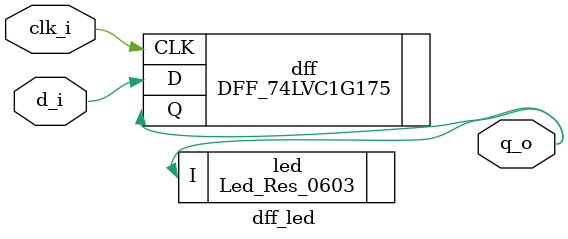
<source format=v>

module dff_led (
  `ifdef PWR_PINS
  input  VDD,
  input  GND,
  `endif
  input  clk_i,
  input  d_i,
  output q_o
);
  DFF_74LVC1G175 dff (
  `ifdef PWR_PINS
    .VDD    ( VDD ),
    .TIE_HI ( VDD ),
    .GND    ( GND ),
  `endif
    .CLK ( clk_i ),
    .D   ( d_i   ),
    .Q   ( q_o   )
  );

  Led_Res_0603 led (
  `ifdef PWR_PINS
    .GND ( GND ),
  `endif
    .I   ( q_o )
  );
endmodule

</source>
